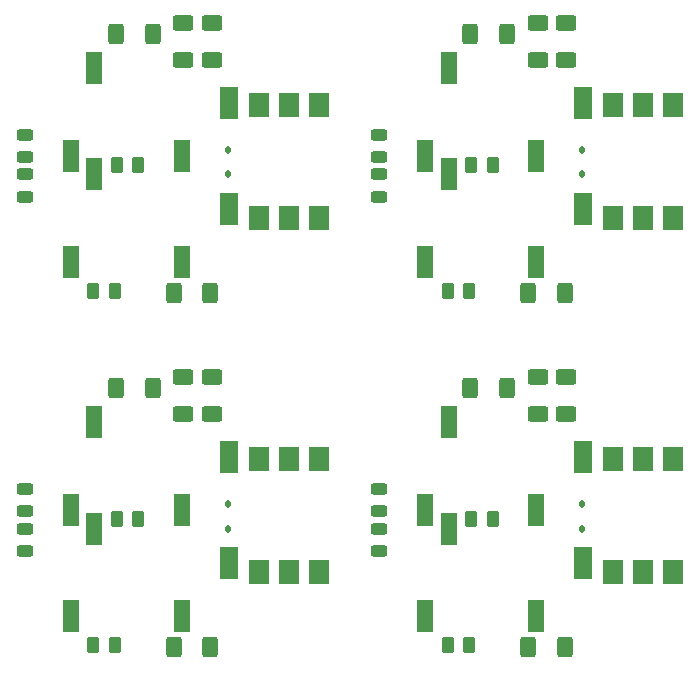
<source format=gtp>
G04 #@! TF.GenerationSoftware,KiCad,Pcbnew,8.0.1*
G04 #@! TF.CreationDate,2024-03-24T21:19:35-05:00*
G04 #@! TF.ProjectId,minimidi_v1,6d696e69-6d69-4646-995f-76312e6b6963,rev?*
G04 #@! TF.SameCoordinates,Original*
G04 #@! TF.FileFunction,Paste,Top*
G04 #@! TF.FilePolarity,Positive*
%FSLAX46Y46*%
G04 Gerber Fmt 4.6, Leading zero omitted, Abs format (unit mm)*
G04 Created by KiCad (PCBNEW 8.0.1) date 2024-03-24 21:19:35*
%MOMM*%
%LPD*%
G01*
G04 APERTURE LIST*
G04 Aperture macros list*
%AMRoundRect*
0 Rectangle with rounded corners*
0 $1 Rounding radius*
0 $2 $3 $4 $5 $6 $7 $8 $9 X,Y pos of 4 corners*
0 Add a 4 corners polygon primitive as box body*
4,1,4,$2,$3,$4,$5,$6,$7,$8,$9,$2,$3,0*
0 Add four circle primitives for the rounded corners*
1,1,$1+$1,$2,$3*
1,1,$1+$1,$4,$5*
1,1,$1+$1,$6,$7*
1,1,$1+$1,$8,$9*
0 Add four rect primitives between the rounded corners*
20,1,$1+$1,$2,$3,$4,$5,0*
20,1,$1+$1,$4,$5,$6,$7,0*
20,1,$1+$1,$6,$7,$8,$9,0*
20,1,$1+$1,$8,$9,$2,$3,0*%
G04 Aperture macros list end*
%ADD10R,1.400000X2.800000*%
%ADD11R,1.600000X2.800000*%
%ADD12RoundRect,0.112500X0.112500X-0.187500X0.112500X0.187500X-0.112500X0.187500X-0.112500X-0.187500X0*%
%ADD13RoundRect,0.243750X-0.456250X0.243750X-0.456250X-0.243750X0.456250X-0.243750X0.456250X0.243750X0*%
%ADD14R,1.780000X2.000000*%
%ADD15RoundRect,0.250000X-0.400000X-0.625000X0.400000X-0.625000X0.400000X0.625000X-0.400000X0.625000X0*%
%ADD16RoundRect,0.250000X0.400000X0.625000X-0.400000X0.625000X-0.400000X-0.625000X0.400000X-0.625000X0*%
%ADD17RoundRect,0.250000X0.262500X0.450000X-0.262500X0.450000X-0.262500X-0.450000X0.262500X-0.450000X0*%
%ADD18RoundRect,0.250000X-0.625000X0.400000X-0.625000X-0.400000X0.625000X-0.400000X0.625000X0.400000X0*%
%ADD19RoundRect,0.250000X0.625000X-0.400000X0.625000X0.400000X-0.625000X0.400000X-0.625000X-0.400000X0*%
G04 APERTURE END LIST*
D10*
X155368098Y-132275000D03*
X164768098Y-132275000D03*
X157368098Y-124875000D03*
D11*
X168768098Y-127825000D03*
D12*
X168700000Y-124875000D03*
X168700000Y-122775000D03*
D13*
X121500000Y-124875000D03*
X121500000Y-126750000D03*
D14*
X176380000Y-119010000D03*
X173840000Y-119010000D03*
X171300000Y-119010000D03*
X171300000Y-128540000D03*
X173840000Y-128540000D03*
X176380000Y-128540000D03*
D15*
X164100000Y-134875000D03*
X167200000Y-134875000D03*
D13*
X121500000Y-121500000D03*
X121500000Y-123375000D03*
D10*
X125368098Y-132275000D03*
X134768098Y-132275000D03*
X127368098Y-124875000D03*
D11*
X138768098Y-127825000D03*
D16*
X162300000Y-112975000D03*
X159200000Y-112975000D03*
D17*
X131112500Y-124075000D03*
X129287500Y-124075000D03*
D18*
X137300000Y-112075000D03*
X137300000Y-115175000D03*
X167300000Y-112075000D03*
X167300000Y-115175000D03*
D17*
X161112500Y-124075000D03*
X159287500Y-124075000D03*
D16*
X132300000Y-112975000D03*
X129200000Y-112975000D03*
D13*
X151500000Y-124875000D03*
X151500000Y-126750000D03*
D17*
X159112500Y-134775000D03*
X157287500Y-134775000D03*
D14*
X146380000Y-119010000D03*
X143840000Y-119010000D03*
X141300000Y-119010000D03*
X141300000Y-128540000D03*
X143840000Y-128540000D03*
X146380000Y-128540000D03*
D17*
X129112500Y-134775000D03*
X127287500Y-134775000D03*
D10*
X125368098Y-123275000D03*
X134768098Y-123275000D03*
X127368098Y-115875000D03*
D11*
X138768098Y-118825000D03*
D15*
X134100000Y-134875000D03*
X137200000Y-134875000D03*
D13*
X151500000Y-121500000D03*
X151500000Y-123375000D03*
D10*
X155368098Y-123275000D03*
X164768098Y-123275000D03*
X157368098Y-115875000D03*
D11*
X168768098Y-118825000D03*
D19*
X164900000Y-115175000D03*
X164900000Y-112075000D03*
D12*
X138700000Y-124875000D03*
X138700000Y-122775000D03*
D19*
X134900000Y-115175000D03*
X134900000Y-112075000D03*
D13*
X151500000Y-94900000D03*
X151500000Y-96775000D03*
X151500000Y-91525000D03*
X151500000Y-93400000D03*
D10*
X155368098Y-102300000D03*
X164768098Y-102300000D03*
X157368098Y-94900000D03*
D11*
X168768098Y-97850000D03*
D17*
X161112500Y-94100000D03*
X159287500Y-94100000D03*
D18*
X167300000Y-82100000D03*
X167300000Y-85200000D03*
D16*
X162300000Y-83000000D03*
X159200000Y-83000000D03*
D14*
X176380000Y-89035000D03*
X173840000Y-89035000D03*
X171300000Y-89035000D03*
X171300000Y-98565000D03*
X173840000Y-98565000D03*
X176380000Y-98565000D03*
D17*
X159112500Y-104800000D03*
X157287500Y-104800000D03*
D10*
X155368098Y-93300000D03*
X164768098Y-93300000D03*
X157368098Y-85900000D03*
D11*
X168768098Y-88850000D03*
D15*
X164100000Y-104900000D03*
X167200000Y-104900000D03*
D12*
X168700000Y-94900000D03*
X168700000Y-92800000D03*
D19*
X164900000Y-85200000D03*
X164900000Y-82100000D03*
D13*
X121500000Y-93400000D03*
X121500000Y-91525000D03*
D17*
X131112500Y-94100000D03*
X129287500Y-94100000D03*
X129112500Y-104800000D03*
X127287500Y-104800000D03*
D14*
X146380000Y-98565000D03*
X143840000Y-98565000D03*
X141300000Y-98565000D03*
X141300000Y-89035000D03*
X143840000Y-89035000D03*
X146380000Y-89035000D03*
D19*
X134900000Y-82100000D03*
X134900000Y-85200000D03*
D15*
X134100000Y-104900000D03*
X137200000Y-104900000D03*
D18*
X137300000Y-82100000D03*
X137300000Y-85200000D03*
D16*
X129200000Y-83000000D03*
X132300000Y-83000000D03*
D10*
X125368098Y-93300000D03*
X134768098Y-93300000D03*
X127368098Y-85900000D03*
D11*
X138768098Y-88850000D03*
X138768098Y-97850000D03*
D10*
X127368098Y-94900000D03*
X134768098Y-102300000D03*
X125368098Y-102300000D03*
D13*
X121500000Y-96775000D03*
X121500000Y-94900000D03*
D12*
X138700000Y-92800000D03*
X138700000Y-94900000D03*
M02*

</source>
